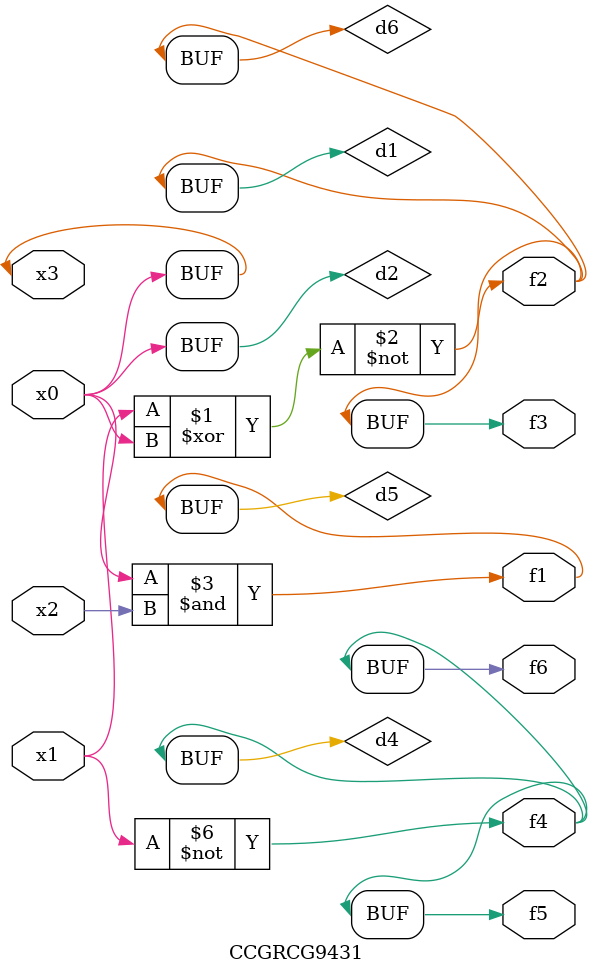
<source format=v>
module CCGRCG9431(
	input x0, x1, x2, x3,
	output f1, f2, f3, f4, f5, f6
);

	wire d1, d2, d3, d4, d5, d6;

	xnor (d1, x1, x3);
	buf (d2, x0, x3);
	nand (d3, x0, x2);
	not (d4, x1);
	nand (d5, d3);
	or (d6, d1);
	assign f1 = d5;
	assign f2 = d6;
	assign f3 = d6;
	assign f4 = d4;
	assign f5 = d4;
	assign f6 = d4;
endmodule

</source>
